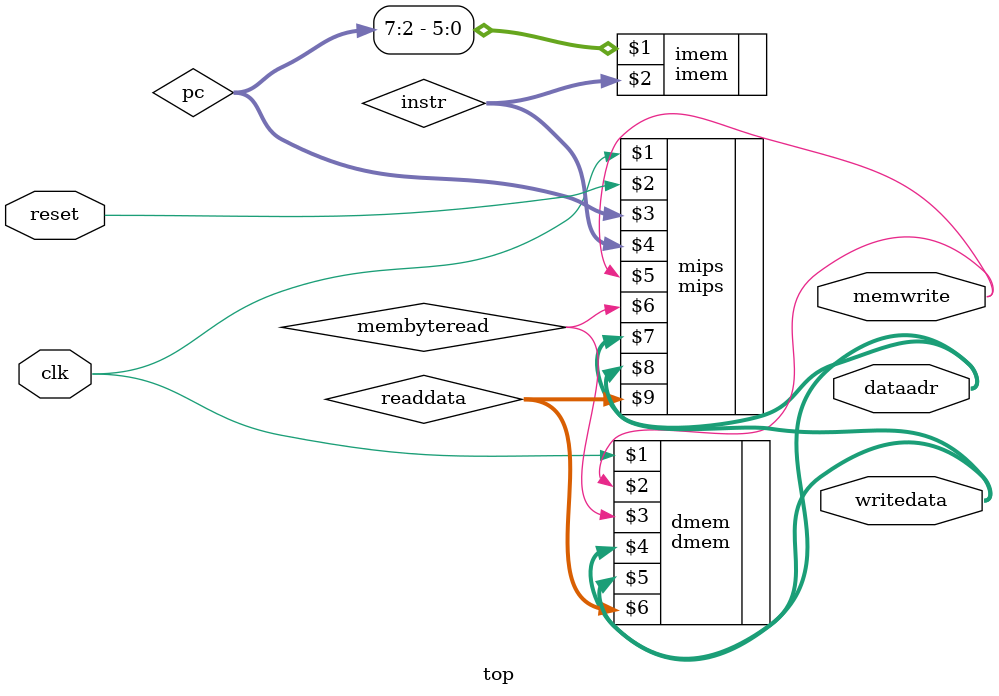
<source format=sv>
module top(input  logic        clk, reset, 
           output logic [31:0] writedata, dataadr, 
           output logic        memwrite);

  logic [31:0] pc, instr, readdata;
  logic membyteread;
  
  // instantiate processor and memories
  mips mips(clk, reset, pc, instr, memwrite, membyteread, dataadr, 
            writedata, readdata);
  imem imem(pc[7:2], instr);
  dmem dmem(clk, memwrite, membyteread, dataadr, writedata, readdata);
endmodule



</source>
